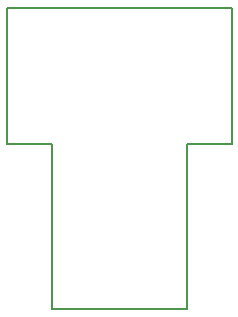
<source format=gm1>
%TF.GenerationSoftware,KiCad,Pcbnew,7.0.9*%
%TF.CreationDate,2024-04-07T08:45:40-04:00*%
%TF.ProjectId,MD-90SM-breakout,4d442d39-3053-44d2-9d62-7265616b6f75,0.1*%
%TF.SameCoordinates,PX85b991cPY53920b0*%
%TF.FileFunction,Profile,NP*%
%FSLAX45Y45*%
G04 Gerber Fmt 4.5, Leading zero omitted, Abs format (unit mm)*
G04 Created by KiCad (PCBNEW 7.0.9) date 2024-04-07 08:45:40*
%MOMM*%
%LPD*%
G01*
G04 APERTURE LIST*
%TA.AperFunction,Profile*%
%ADD10C,0.150000*%
%TD*%
G04 APERTURE END LIST*
D10*
X381000Y-2543810D02*
X381000Y-1146810D01*
X1905000Y-1146810D02*
X1905000Y0D01*
X381000Y-1146810D02*
X0Y-1146810D01*
X1905000Y0D02*
X0Y0D01*
X1524000Y-1146810D02*
X1905000Y-1146810D01*
X1524000Y-2543810D02*
X1524000Y-1146810D01*
X0Y0D02*
X0Y-1146810D01*
X381000Y-2543810D02*
X1524000Y-2543810D01*
M02*

</source>
